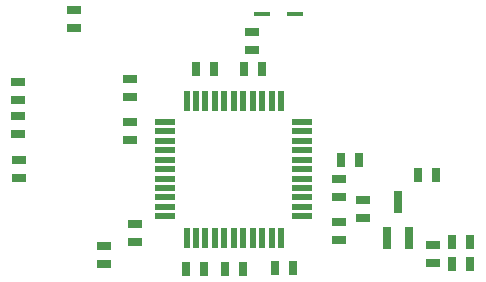
<source format=gtp>
G04 #@! TF.GenerationSoftware,KiCad,Pcbnew,5.0.0-rc2+dfsg1-3*
G04 #@! TF.CreationDate,2018-08-01T23:56:54+03:00*
G04 #@! TF.ProjectId,snes_dejitter,736E65735F64656A69747465722E6B69,rev?*
G04 #@! TF.SameCoordinates,Original*
G04 #@! TF.FileFunction,Paste,Top*
G04 #@! TF.FilePolarity,Positive*
%FSLAX46Y46*%
G04 Gerber Fmt 4.6, Leading zero omitted, Abs format (unit mm)*
G04 Created by KiCad (PCBNEW 5.0.0-rc2+dfsg1-3) date Wed Aug  1 23:56:54 2018*
%MOMM*%
%LPD*%
G01*
G04 APERTURE LIST*
%ADD10R,1.400000X0.450000*%
%ADD11R,1.143000X0.635000*%
%ADD12R,0.635000X1.143000*%
%ADD13R,0.800000X1.900000*%
%ADD14R,0.550000X1.700000*%
%ADD15R,1.700000X0.550000*%
G04 APERTURE END LIST*
D10*
G04 #@! TO.C,D1*
X37700000Y-14230000D03*
X34900000Y-14230000D03*
G04 #@! TD*
D11*
G04 #@! TO.C,R15*
X21560000Y-33868000D03*
X21560000Y-35392000D03*
G04 #@! TD*
G04 #@! TO.C,C1*
X18990000Y-15422000D03*
X18990000Y-13898000D03*
G04 #@! TD*
D12*
G04 #@! TO.C,C2*
X36008000Y-35780000D03*
X37532000Y-35780000D03*
G04 #@! TD*
D11*
G04 #@! TO.C,C3*
X24120000Y-32008000D03*
X24120000Y-33532000D03*
G04 #@! TD*
G04 #@! TO.C,C4*
X41460000Y-28228000D03*
X41460000Y-29752000D03*
G04 #@! TD*
G04 #@! TO.C,C5*
X14280000Y-24432000D03*
X14280000Y-22908000D03*
G04 #@! TD*
G04 #@! TO.C,C6*
X14270000Y-19978000D03*
X14270000Y-21502000D03*
G04 #@! TD*
D12*
G04 #@! TO.C,C7*
X33338000Y-18900000D03*
X34862000Y-18900000D03*
G04 #@! TD*
G04 #@! TO.C,C8*
X52552000Y-35390000D03*
X51028000Y-35390000D03*
G04 #@! TD*
D13*
G04 #@! TO.C,Q1*
X45470000Y-33180000D03*
X47370000Y-33180000D03*
X46420000Y-30180000D03*
G04 #@! TD*
D12*
G04 #@! TO.C,R1*
X28508000Y-35790000D03*
X30032000Y-35790000D03*
G04 #@! TD*
G04 #@! TO.C,R2*
X33312000Y-35790000D03*
X31788000Y-35790000D03*
G04 #@! TD*
D11*
G04 #@! TO.C,R3*
X34050000Y-17292000D03*
X34050000Y-15768000D03*
G04 #@! TD*
D12*
G04 #@! TO.C,R4*
X30872000Y-18910000D03*
X29348000Y-18910000D03*
G04 #@! TD*
D11*
G04 #@! TO.C,R6*
X14290000Y-28112000D03*
X14290000Y-26588000D03*
G04 #@! TD*
G04 #@! TO.C,R7*
X23760000Y-24942000D03*
X23760000Y-23418000D03*
G04 #@! TD*
G04 #@! TO.C,R8*
X23760000Y-21292000D03*
X23760000Y-19768000D03*
G04 #@! TD*
G04 #@! TO.C,R9*
X43460000Y-30018000D03*
X43460000Y-31542000D03*
G04 #@! TD*
G04 #@! TO.C,R10*
X41450000Y-31878000D03*
X41450000Y-33402000D03*
G04 #@! TD*
G04 #@! TO.C,R11*
X49350000Y-33788000D03*
X49350000Y-35312000D03*
G04 #@! TD*
D12*
G04 #@! TO.C,R12*
X52552000Y-33550000D03*
X51028000Y-33550000D03*
G04 #@! TD*
G04 #@! TO.C,R13*
X43122000Y-26570000D03*
X41598000Y-26570000D03*
G04 #@! TD*
G04 #@! TO.C,R14*
X48148000Y-27850000D03*
X49672000Y-27850000D03*
G04 #@! TD*
D14*
G04 #@! TO.C,U1*
X28510000Y-33170000D03*
X29310000Y-33170000D03*
X30110000Y-33170000D03*
X30910000Y-33170000D03*
X31710000Y-33170000D03*
X32510000Y-33170000D03*
X33310000Y-33170000D03*
X34110000Y-33170000D03*
X34910000Y-33170000D03*
X35710000Y-33170000D03*
X36510000Y-33170000D03*
D15*
X38310000Y-31370000D03*
X38310000Y-30570000D03*
X38310000Y-29770000D03*
X38310000Y-28970000D03*
X38310000Y-28170000D03*
X38310000Y-27370000D03*
X38310000Y-26570000D03*
X38310000Y-25770000D03*
X38310000Y-24970000D03*
X38310000Y-24170000D03*
X38310000Y-23370000D03*
D14*
X36510000Y-21570000D03*
X35710000Y-21570000D03*
X34910000Y-21570000D03*
X34110000Y-21570000D03*
X33310000Y-21570000D03*
X32510000Y-21570000D03*
X31710000Y-21570000D03*
X30910000Y-21570000D03*
X30110000Y-21570000D03*
X29310000Y-21570000D03*
X28510000Y-21570000D03*
D15*
X26710000Y-23370000D03*
X26710000Y-24170000D03*
X26710000Y-24970000D03*
X26710000Y-25770000D03*
X26710000Y-26570000D03*
X26710000Y-27370000D03*
X26710000Y-28170000D03*
X26710000Y-28970000D03*
X26710000Y-29770000D03*
X26710000Y-30570000D03*
X26710000Y-31370000D03*
G04 #@! TD*
M02*

</source>
